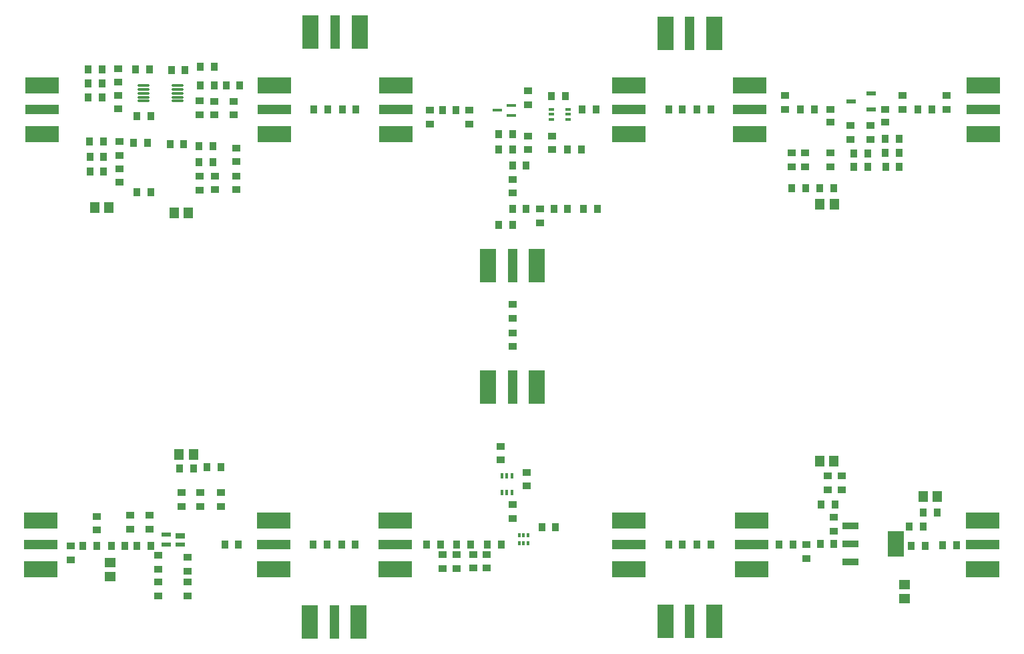
<source format=gtp>
G04*
G04 #@! TF.GenerationSoftware,Altium Limited,Altium Designer,21.4.1 (30)*
G04*
G04 Layer_Color=8421504*
%FSLAX25Y25*%
%MOIN*%
G70*
G04*
G04 #@! TF.SameCoordinates,4F7A37CA-CC0D-4B0B-ADC5-D258E3024ECD*
G04*
G04*
G04 #@! TF.FilePolarity,Positive*
G04*
G01*
G75*
%ADD18R,0.03937X0.03543*%
%ADD19R,0.03543X0.03937*%
%ADD20R,0.16535X0.04724*%
%ADD21R,0.16535X0.07874*%
%ADD22R,0.08268X0.03543*%
%ADD23R,0.08268X0.12598*%
%ADD24R,0.05512X0.04724*%
%ADD25R,0.04724X0.05512*%
%ADD26R,0.03100X0.01400*%
%ADD27R,0.04724X0.16535*%
%ADD28R,0.07874X0.16535*%
G04:AMPARAMS|DCode=29|XSize=57.87mil|YSize=11.02mil|CornerRadius=1.38mil|HoleSize=0mil|Usage=FLASHONLY|Rotation=180.000|XOffset=0mil|YOffset=0mil|HoleType=Round|Shape=RoundedRectangle|*
%AMROUNDEDRECTD29*
21,1,0.05787,0.00827,0,0,180.0*
21,1,0.05512,0.01102,0,0,180.0*
1,1,0.00276,-0.02756,0.00413*
1,1,0.00276,0.02756,0.00413*
1,1,0.00276,0.02756,-0.00413*
1,1,0.00276,-0.02756,-0.00413*
%
%ADD29ROUNDEDRECTD29*%
%ADD30R,0.01400X0.03100*%
%ADD31R,0.01200X0.02000*%
%ADD32R,0.04500X0.01800*%
%ADD33R,0.04528X0.02362*%
%ADD34R,0.04528X0.01968*%
%ADD35R,0.04528X0.03150*%
%ADD36R,0.04016X0.03504*%
D18*
X392126Y-77461D02*
D03*
Y-70571D02*
D03*
X403543Y-238681D02*
D03*
Y-231791D02*
D03*
X406496Y-259350D02*
D03*
Y-252461D02*
D03*
X38386Y-251969D02*
D03*
Y-258858D02*
D03*
X265748Y-62008D02*
D03*
Y-68898D02*
D03*
X246063Y-160335D02*
D03*
Y-167224D02*
D03*
X259842Y-98425D02*
D03*
Y-105315D02*
D03*
X100394Y-246949D02*
D03*
Y-240059D02*
D03*
X25591Y-273622D02*
D03*
Y-266732D02*
D03*
X246063Y-153051D02*
D03*
Y-146161D02*
D03*
X83858Y-284744D02*
D03*
Y-291634D02*
D03*
X80709Y-240256D02*
D03*
Y-247146D02*
D03*
X55118Y-258366D02*
D03*
Y-251476D02*
D03*
X64961D02*
D03*
Y-258366D02*
D03*
X410433Y-231791D02*
D03*
Y-238681D02*
D03*
X404724Y-77461D02*
D03*
Y-70571D02*
D03*
X97146Y-44685D02*
D03*
Y-51575D02*
D03*
X89961Y-51476D02*
D03*
Y-44587D02*
D03*
X49311Y-48524D02*
D03*
Y-41634D02*
D03*
X49902Y-71653D02*
D03*
Y-64764D02*
D03*
X108169Y-74902D02*
D03*
Y-68012D02*
D03*
X49213Y-35236D02*
D03*
Y-28346D02*
D03*
X49803Y-85236D02*
D03*
Y-78347D02*
D03*
X89764Y-88976D02*
D03*
Y-82087D02*
D03*
X97539Y-81988D02*
D03*
Y-88878D02*
D03*
X233071Y-270965D02*
D03*
Y-277854D02*
D03*
X218165Y-271122D02*
D03*
Y-278012D02*
D03*
X83858Y-272441D02*
D03*
Y-279331D02*
D03*
X253937Y-46457D02*
D03*
Y-39567D02*
D03*
Y-68898D02*
D03*
Y-62008D02*
D03*
X246063Y-83661D02*
D03*
Y-90551D02*
D03*
X108169Y-81988D02*
D03*
Y-88878D02*
D03*
X106791Y-44685D02*
D03*
Y-51575D02*
D03*
X240158Y-217028D02*
D03*
Y-223917D02*
D03*
X246063Y-246161D02*
D03*
X246063Y-253051D02*
D03*
X253150Y-230020D02*
D03*
Y-236910D02*
D03*
X226378Y-270965D02*
D03*
Y-277854D02*
D03*
X211165Y-271122D02*
D03*
Y-278012D02*
D03*
X462992Y-48819D02*
D03*
Y-41929D02*
D03*
X382283Y-48720D02*
D03*
Y-41831D02*
D03*
X440945Y-48819D02*
D03*
Y-41929D02*
D03*
X424803Y-63681D02*
D03*
Y-56791D02*
D03*
X414961Y-63681D02*
D03*
Y-56791D02*
D03*
X385433Y-70571D02*
D03*
Y-77461D02*
D03*
X392717Y-266240D02*
D03*
Y-273130D02*
D03*
X69291Y-284744D02*
D03*
Y-291634D02*
D03*
Y-271457D02*
D03*
Y-278346D02*
D03*
X90059Y-240059D02*
D03*
Y-246949D02*
D03*
X204724Y-49213D02*
D03*
Y-56102D02*
D03*
X224410Y-49213D02*
D03*
Y-56102D02*
D03*
D19*
X423524Y-77559D02*
D03*
X416634D02*
D03*
X399705Y-265748D02*
D03*
X406595D02*
D03*
X460925Y-266339D02*
D03*
X467815D02*
D03*
X452067Y-266929D02*
D03*
X445177D02*
D03*
X451083Y-257087D02*
D03*
X444193D02*
D03*
X379232Y-266142D02*
D03*
X386122D02*
D03*
X451279Y-250000D02*
D03*
X458169D02*
D03*
X266732Y-98425D02*
D03*
X273622D02*
D03*
X287795Y-48819D02*
D03*
X280906D02*
D03*
X239173Y-106299D02*
D03*
X246063D02*
D03*
X252953Y-98425D02*
D03*
X246063D02*
D03*
X338287Y-266142D02*
D03*
X345177D02*
D03*
X324114D02*
D03*
X331004D02*
D03*
X79823Y-227953D02*
D03*
X86713D02*
D03*
X38386Y-266732D02*
D03*
X31496D02*
D03*
X338287Y-48819D02*
D03*
X345177D02*
D03*
X324114D02*
D03*
X331004D02*
D03*
X160728Y-266142D02*
D03*
X167618D02*
D03*
X146555D02*
D03*
X153445D02*
D03*
X168012Y-48819D02*
D03*
X161122D02*
D03*
X153839D02*
D03*
X146949D02*
D03*
X100492Y-227559D02*
D03*
X93602D02*
D03*
X416634Y-70866D02*
D03*
X423524D02*
D03*
X439272Y-77559D02*
D03*
X432382D02*
D03*
X392421Y-88189D02*
D03*
X385531D02*
D03*
X260728Y-257480D02*
D03*
X267618D02*
D03*
X41236Y-42638D02*
D03*
X34347D02*
D03*
X56890Y-65354D02*
D03*
X63779D02*
D03*
X89468Y-75098D02*
D03*
X96358D02*
D03*
X57973Y-28642D02*
D03*
X64862D02*
D03*
X90158Y-36614D02*
D03*
X97047D02*
D03*
X103051D02*
D03*
X109941D02*
D03*
X41929Y-79626D02*
D03*
X35039D02*
D03*
X52658Y-266732D02*
D03*
X45768D02*
D03*
X211122Y-49213D02*
D03*
X218012D02*
D03*
X239173Y-61024D02*
D03*
X246063D02*
D03*
X252953Y-76772D02*
D03*
X246063D02*
D03*
X82579Y-29035D02*
D03*
X75689D02*
D03*
X58465Y-90256D02*
D03*
X65354D02*
D03*
X58563Y-52067D02*
D03*
X65453D02*
D03*
X81988Y-66240D02*
D03*
X75098D02*
D03*
X41831Y-64665D02*
D03*
X34941D02*
D03*
X41236Y-28638D02*
D03*
X34347D02*
D03*
X41929Y-72342D02*
D03*
X35039D02*
D03*
X89567Y-67224D02*
D03*
X96457D02*
D03*
X41236Y-35638D02*
D03*
X34347D02*
D03*
X90256Y-27461D02*
D03*
X97146D02*
D03*
X240453Y-266142D02*
D03*
X233563D02*
D03*
X225098D02*
D03*
X218209D02*
D03*
X210138D02*
D03*
X203248D02*
D03*
X448524Y-48819D02*
D03*
X455413D02*
D03*
X389862D02*
D03*
X396752D02*
D03*
X432283Y-70472D02*
D03*
X439173D02*
D03*
X432283Y-63386D02*
D03*
X439173D02*
D03*
X406496Y-88189D02*
D03*
X399606D02*
D03*
X407087Y-246063D02*
D03*
X400197D02*
D03*
X102461Y-266142D02*
D03*
X109350D02*
D03*
X58563Y-266732D02*
D03*
X65453D02*
D03*
X281496Y-98425D02*
D03*
X288386D02*
D03*
X280512Y-68898D02*
D03*
X273622D02*
D03*
X239173D02*
D03*
X246063D02*
D03*
X265485Y-42094D02*
D03*
X272375D02*
D03*
D20*
X126772Y-266142D02*
D03*
X11024Y-48819D02*
D03*
X127165D02*
D03*
X10630Y-266142D02*
D03*
X304331Y-48819D02*
D03*
X480709Y-266142D02*
D03*
X364567Y-48819D02*
D03*
X304331Y-266142D02*
D03*
X365354D02*
D03*
X481102Y-48819D02*
D03*
X187402Y-266142D02*
D03*
X187795Y-48819D02*
D03*
D21*
X126772Y-278346D02*
D03*
Y-253937D02*
D03*
X11024Y-36614D02*
D03*
Y-61024D02*
D03*
X127165D02*
D03*
Y-36614D02*
D03*
X10630Y-278346D02*
D03*
Y-253937D02*
D03*
X304331Y-36614D02*
D03*
Y-61024D02*
D03*
X480709Y-253937D02*
D03*
Y-278346D02*
D03*
X364567Y-61024D02*
D03*
Y-36614D02*
D03*
X304331Y-253937D02*
D03*
Y-278346D02*
D03*
X365354D02*
D03*
Y-253937D02*
D03*
X481102Y-36614D02*
D03*
Y-61024D02*
D03*
X187402Y-278346D02*
D03*
Y-253937D02*
D03*
X187795Y-61024D02*
D03*
Y-36614D02*
D03*
D22*
X414961Y-256693D02*
D03*
Y-265748D02*
D03*
Y-274803D02*
D03*
D23*
X437402Y-265748D02*
D03*
D24*
X441732Y-286024D02*
D03*
Y-293110D02*
D03*
X45276Y-282087D02*
D03*
Y-275000D02*
D03*
D25*
X458268Y-242126D02*
D03*
X451181D02*
D03*
X77165Y-100394D02*
D03*
X84252D02*
D03*
X79626Y-221161D02*
D03*
X86713D02*
D03*
X44587Y-97835D02*
D03*
X37500D02*
D03*
X399606Y-96063D02*
D03*
X406693D02*
D03*
X399410Y-224410D02*
D03*
X406496D02*
D03*
D26*
X265485Y-48622D02*
D03*
Y-51181D02*
D03*
Y-53740D02*
D03*
X273885D02*
D03*
Y-51181D02*
D03*
Y-48622D02*
D03*
D27*
X246063Y-187402D02*
D03*
X334646Y-304331D02*
D03*
X157087Y-304724D02*
D03*
X334646Y-10630D02*
D03*
X157480Y-10236D02*
D03*
X246063Y-126772D02*
D03*
D28*
X258268Y-187402D02*
D03*
X233858D02*
D03*
X322441Y-304331D02*
D03*
X346850D02*
D03*
X144882Y-304724D02*
D03*
X169291D02*
D03*
X322441Y-10630D02*
D03*
X346850D02*
D03*
X145276Y-10236D02*
D03*
X169685D02*
D03*
X258268Y-126772D02*
D03*
X233858D02*
D03*
D29*
X78898Y-44575D02*
D03*
Y-42606D02*
D03*
Y-40638D02*
D03*
Y-38669D02*
D03*
Y-36701D02*
D03*
X61968D02*
D03*
Y-38669D02*
D03*
Y-40638D02*
D03*
Y-42606D02*
D03*
Y-44575D02*
D03*
D30*
X245866Y-240027D02*
D03*
X243307D02*
D03*
X240748D02*
D03*
Y-231627D02*
D03*
X243307D02*
D03*
X245866D02*
D03*
D31*
X249500Y-261567D02*
D03*
X251665D02*
D03*
X253831D02*
D03*
Y-265504D02*
D03*
X251665D02*
D03*
X249500D02*
D03*
D32*
X238626Y-49213D02*
D03*
X245626Y-46654D02*
D03*
Y-51772D02*
D03*
D33*
X415079Y-44882D02*
D03*
X425079Y-40882D02*
D03*
Y-48882D02*
D03*
D34*
X80315Y-266142D02*
D03*
X73032Y-261024D02*
D03*
Y-266142D02*
D03*
D35*
X80315Y-261614D02*
D03*
D36*
X404724Y-48764D02*
D03*
Y-55173D02*
D03*
X432283Y-55228D02*
D03*
Y-48819D02*
D03*
M02*

</source>
